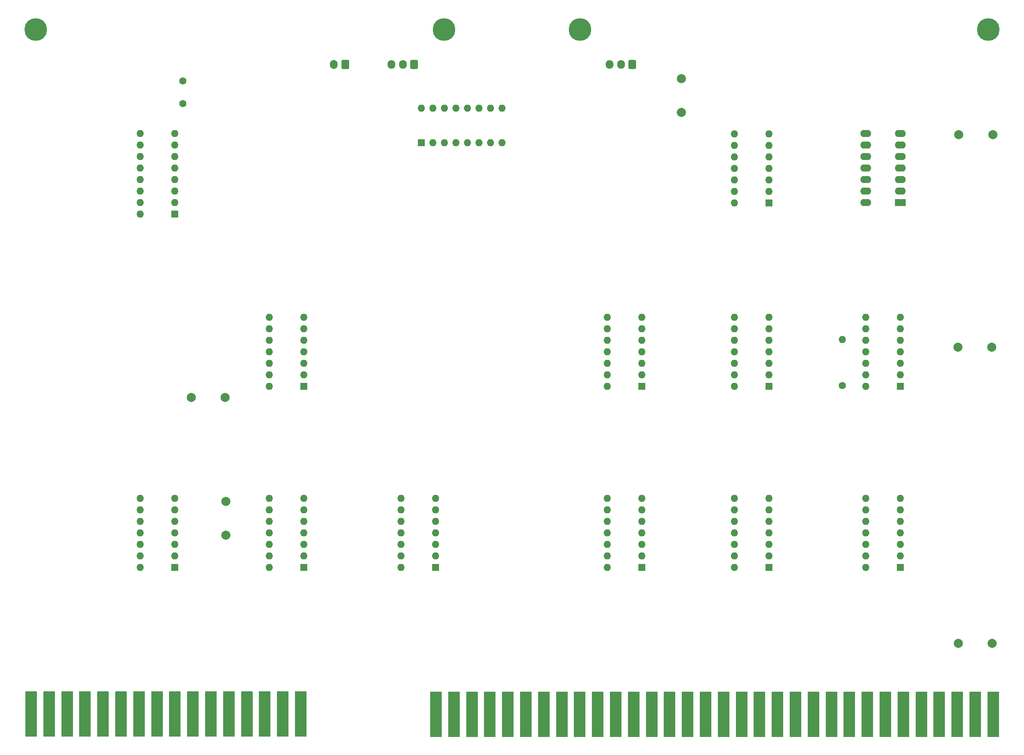
<source format=gbr>
%TF.GenerationSoftware,KiCad,Pcbnew,(6.0.4-0)*%
%TF.CreationDate,2024-04-30T16:36:33+10:00*%
%TF.ProjectId,PC and ADDER 74LS74 MOD,50432061-6e64-4204-9144-444552203734,rev?*%
%TF.SameCoordinates,Original*%
%TF.FileFunction,Soldermask,Bot*%
%TF.FilePolarity,Negative*%
%FSLAX46Y46*%
G04 Gerber Fmt 4.6, Leading zero omitted, Abs format (unit mm)*
G04 Created by KiCad (PCBNEW (6.0.4-0)) date 2024-04-30 16:36:33*
%MOMM*%
%LPD*%
G01*
G04 APERTURE LIST*
G04 Aperture macros list*
%AMRoundRect*
0 Rectangle with rounded corners*
0 $1 Rounding radius*
0 $2 $3 $4 $5 $6 $7 $8 $9 X,Y pos of 4 corners*
0 Add a 4 corners polygon primitive as box body*
4,1,4,$2,$3,$4,$5,$6,$7,$8,$9,$2,$3,0*
0 Add four circle primitives for the rounded corners*
1,1,$1+$1,$2,$3*
1,1,$1+$1,$4,$5*
1,1,$1+$1,$6,$7*
1,1,$1+$1,$8,$9*
0 Add four rect primitives between the rounded corners*
20,1,$1+$1,$2,$3,$4,$5,0*
20,1,$1+$1,$4,$5,$6,$7,0*
20,1,$1+$1,$6,$7,$8,$9,0*
20,1,$1+$1,$8,$9,$2,$3,0*%
G04 Aperture macros list end*
%ADD10RoundRect,0.250000X0.600000X0.750000X-0.600000X0.750000X-0.600000X-0.750000X0.600000X-0.750000X0*%
%ADD11O,1.700000X2.000000*%
%ADD12RoundRect,0.250000X0.600000X0.725000X-0.600000X0.725000X-0.600000X-0.725000X0.600000X-0.725000X0*%
%ADD13O,1.700000X1.950000*%
%ADD14R,2.540000X10.000000*%
%ADD15R,1.600000X1.600000*%
%ADD16O,1.600000X1.600000*%
%ADD17C,1.600000*%
%ADD18C,5.000000*%
%ADD19C,2.000000*%
%ADD20R,2.400000X1.600000*%
%ADD21O,2.400000X1.600000*%
G04 APERTURE END LIST*
D10*
%TO.C,J4*%
X108200000Y-30700000D03*
D11*
X105700000Y-30700000D03*
%TD*%
D12*
%TO.C,J3*%
X123400000Y-30700000D03*
D13*
X120900000Y-30700000D03*
X118400000Y-30700000D03*
%TD*%
D12*
%TO.C,J2*%
X171500000Y-30750000D03*
D13*
X169000000Y-30750000D03*
X166500000Y-30750000D03*
%TD*%
D14*
%TO.C,J1*%
X251050000Y-174170000D03*
X247087600Y-174170000D03*
X243125200Y-174170000D03*
X239162800Y-174170000D03*
X235200400Y-174170000D03*
X231238000Y-174170000D03*
X227275600Y-174170000D03*
X223313200Y-174170000D03*
X219350800Y-174170000D03*
X215388400Y-174170000D03*
X211426000Y-174170000D03*
X207463600Y-174170000D03*
X203501200Y-174170000D03*
X199538800Y-174170000D03*
X195576400Y-174170000D03*
X191614000Y-174170000D03*
X187651600Y-174170000D03*
X183689200Y-174170000D03*
X179726800Y-174170000D03*
X175764400Y-174170000D03*
X171802000Y-174170000D03*
X167839600Y-174170000D03*
X163877200Y-174170000D03*
X159914800Y-174170000D03*
X155952400Y-174170000D03*
X151990000Y-174170000D03*
X148027600Y-174170000D03*
X144065200Y-174170000D03*
X140102800Y-174170000D03*
X136140400Y-174170000D03*
X132178000Y-174170000D03*
X128215600Y-174170000D03*
%TD*%
%TO.C,J5*%
X98423200Y-174058000D03*
X94460800Y-174058000D03*
X90498400Y-174058000D03*
X86536000Y-174058000D03*
X82573600Y-174058000D03*
X78611200Y-174058000D03*
X74648800Y-174058000D03*
X70686400Y-174058000D03*
X66724000Y-174058000D03*
X62761600Y-174058000D03*
X58799200Y-174058000D03*
X54836800Y-174058000D03*
X50874400Y-174058000D03*
X46912000Y-174058000D03*
X42949600Y-174058000D03*
X38987200Y-174058000D03*
%TD*%
D15*
%TO.C,U5*%
X99120000Y-101740000D03*
D16*
X99120000Y-99200000D03*
X99120000Y-96660000D03*
X99120000Y-94120000D03*
X99120000Y-91580000D03*
X99120000Y-89040000D03*
X99120000Y-86500000D03*
X91500000Y-86500000D03*
X91500000Y-89040000D03*
X91500000Y-91580000D03*
X91500000Y-94120000D03*
X91500000Y-96660000D03*
X91500000Y-99200000D03*
X91500000Y-101740000D03*
%TD*%
D15*
%TO.C,U6*%
X173620000Y-101740000D03*
D16*
X173620000Y-99200000D03*
X173620000Y-96660000D03*
X173620000Y-94120000D03*
X173620000Y-91580000D03*
X173620000Y-89040000D03*
X173620000Y-86500000D03*
X166000000Y-86500000D03*
X166000000Y-89040000D03*
X166000000Y-91580000D03*
X166000000Y-94120000D03*
X166000000Y-96660000D03*
X166000000Y-99200000D03*
X166000000Y-101740000D03*
%TD*%
D15*
%TO.C,U9*%
X70620000Y-141740000D03*
D16*
X70620000Y-139200000D03*
X70620000Y-136660000D03*
X70620000Y-134120000D03*
X70620000Y-131580000D03*
X70620000Y-129040000D03*
X70620000Y-126500000D03*
X63000000Y-126500000D03*
X63000000Y-129040000D03*
X63000000Y-131580000D03*
X63000000Y-134120000D03*
X63000000Y-136660000D03*
X63000000Y-139200000D03*
X63000000Y-141740000D03*
%TD*%
D15*
%TO.C,U10*%
X99120000Y-141740000D03*
D16*
X99120000Y-139200000D03*
X99120000Y-136660000D03*
X99120000Y-134120000D03*
X99120000Y-131580000D03*
X99120000Y-129040000D03*
X99120000Y-126500000D03*
X91500000Y-126500000D03*
X91500000Y-129040000D03*
X91500000Y-131580000D03*
X91500000Y-134120000D03*
X91500000Y-136660000D03*
X91500000Y-139200000D03*
X91500000Y-141740000D03*
%TD*%
D15*
%TO.C,U11*%
X128120000Y-141740000D03*
D16*
X128120000Y-139200000D03*
X128120000Y-136660000D03*
X128120000Y-134120000D03*
X128120000Y-131580000D03*
X128120000Y-129040000D03*
X128120000Y-126500000D03*
X120500000Y-126500000D03*
X120500000Y-129040000D03*
X120500000Y-131580000D03*
X120500000Y-134120000D03*
X120500000Y-136660000D03*
X120500000Y-139200000D03*
X120500000Y-141740000D03*
%TD*%
D15*
%TO.C,U12*%
X173620000Y-141740000D03*
D16*
X173620000Y-139200000D03*
X173620000Y-136660000D03*
X173620000Y-134120000D03*
X173620000Y-131580000D03*
X173620000Y-129040000D03*
X173620000Y-126500000D03*
X166000000Y-126500000D03*
X166000000Y-129040000D03*
X166000000Y-131580000D03*
X166000000Y-134120000D03*
X166000000Y-136660000D03*
X166000000Y-139200000D03*
X166000000Y-141740000D03*
%TD*%
D15*
%TO.C,U13*%
X201620000Y-141740000D03*
D16*
X201620000Y-139200000D03*
X201620000Y-136660000D03*
X201620000Y-134120000D03*
X201620000Y-131580000D03*
X201620000Y-129040000D03*
X201620000Y-126500000D03*
X194000000Y-126500000D03*
X194000000Y-129040000D03*
X194000000Y-131580000D03*
X194000000Y-134120000D03*
X194000000Y-136660000D03*
X194000000Y-139200000D03*
X194000000Y-141740000D03*
%TD*%
D15*
%TO.C,U14*%
X230620000Y-141740000D03*
D16*
X230620000Y-139200000D03*
X230620000Y-136660000D03*
X230620000Y-134120000D03*
X230620000Y-131580000D03*
X230620000Y-129040000D03*
X230620000Y-126500000D03*
X223000000Y-126500000D03*
X223000000Y-129040000D03*
X223000000Y-131580000D03*
X223000000Y-134120000D03*
X223000000Y-136660000D03*
X223000000Y-139200000D03*
X223000000Y-141740000D03*
%TD*%
D15*
%TO.C,U1*%
X70620000Y-63780000D03*
D16*
X70620000Y-61240000D03*
X70620000Y-58700000D03*
X70620000Y-56160000D03*
X70620000Y-53620000D03*
X70620000Y-51080000D03*
X70620000Y-48540000D03*
X70620000Y-46000000D03*
X63000000Y-46000000D03*
X63000000Y-48540000D03*
X63000000Y-51080000D03*
X63000000Y-53620000D03*
X63000000Y-56160000D03*
X63000000Y-58700000D03*
X63000000Y-61240000D03*
X63000000Y-63780000D03*
%TD*%
D15*
%TO.C,U2*%
X125000000Y-48000000D03*
D16*
X127540000Y-48000000D03*
X130080000Y-48000000D03*
X132620000Y-48000000D03*
X135160000Y-48000000D03*
X137700000Y-48000000D03*
X140240000Y-48000000D03*
X142780000Y-48000000D03*
X142780000Y-40380000D03*
X140240000Y-40380000D03*
X137700000Y-40380000D03*
X135160000Y-40380000D03*
X132620000Y-40380000D03*
X130080000Y-40380000D03*
X127540000Y-40380000D03*
X125000000Y-40380000D03*
%TD*%
D15*
%TO.C,U7*%
X201620000Y-101740000D03*
D16*
X201620000Y-99200000D03*
X201620000Y-96660000D03*
X201620000Y-94120000D03*
X201620000Y-91580000D03*
X201620000Y-89040000D03*
X201620000Y-86500000D03*
X194000000Y-86500000D03*
X194000000Y-89040000D03*
X194000000Y-91580000D03*
X194000000Y-94120000D03*
X194000000Y-96660000D03*
X194000000Y-99200000D03*
X194000000Y-101740000D03*
%TD*%
D17*
%TO.C,R2*%
X217805000Y-101600000D03*
D16*
X217805000Y-91440000D03*
%TD*%
D15*
%TO.C,U8*%
X230620000Y-101740000D03*
D16*
X230620000Y-99200000D03*
X230620000Y-96660000D03*
X230620000Y-94120000D03*
X230620000Y-91580000D03*
X230620000Y-89040000D03*
X230620000Y-86500000D03*
X223000000Y-86500000D03*
X223000000Y-89040000D03*
X223000000Y-91580000D03*
X223000000Y-94120000D03*
X223000000Y-96660000D03*
X223000000Y-99200000D03*
X223000000Y-101740000D03*
%TD*%
D17*
%TO.C,C5*%
X72390000Y-39370000D03*
X72390000Y-34370000D03*
%TD*%
D15*
%TO.C,U3*%
X201620000Y-61340000D03*
D16*
X201620000Y-58800000D03*
X201620000Y-56260000D03*
X201620000Y-53720000D03*
X201620000Y-51180000D03*
X201620000Y-48640000D03*
X201620000Y-46100000D03*
X194000000Y-46100000D03*
X194000000Y-48640000D03*
X194000000Y-51180000D03*
X194000000Y-53720000D03*
X194000000Y-56260000D03*
X194000000Y-58800000D03*
X194000000Y-61340000D03*
%TD*%
D18*
%TO.C,H1*%
X40000000Y-23000000D03*
X130000000Y-23000000D03*
%TD*%
%TO.C,H2*%
X160000000Y-23000000D03*
X250000000Y-23000000D03*
%TD*%
D19*
%TO.C,C1*%
X81900000Y-134650000D03*
X81900000Y-127150000D03*
%TD*%
%TO.C,C3*%
X81750000Y-104200000D03*
X74250000Y-104200000D03*
%TD*%
%TO.C,C5*%
X243250000Y-93100000D03*
X250750000Y-93100000D03*
%TD*%
%TO.C,C4*%
X182300000Y-41350000D03*
X182300000Y-33850000D03*
%TD*%
%TO.C,C2*%
X243450000Y-46200000D03*
X250950000Y-46200000D03*
%TD*%
%TO.C,C6*%
X243350000Y-158500000D03*
X250850000Y-158500000D03*
%TD*%
D20*
%TO.C,U4*%
X230625000Y-61225000D03*
D21*
X230625000Y-58685000D03*
X230625000Y-56145000D03*
X230625000Y-53605000D03*
X230625000Y-51065000D03*
X230625000Y-48525000D03*
X230625000Y-45985000D03*
X223005000Y-45985000D03*
X223005000Y-48525000D03*
X223005000Y-51065000D03*
X223005000Y-53605000D03*
X223005000Y-56145000D03*
X223005000Y-58685000D03*
X223005000Y-61225000D03*
%TD*%
M02*

</source>
